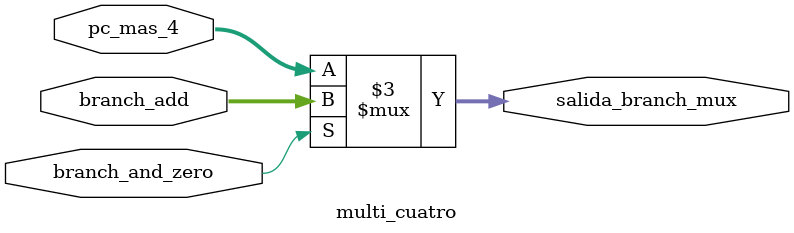
<source format=v>
`timescale 1ns/1ns
module multi_cuatro (
    input branch_and_zero, 
    input [31:0] pc_mas_4,
    input [31:0] branch_add,
    output reg [31:0] salida_branch_mux
);

always @(*) begin
    if (branch_and_zero) begin
        salida_branch_mux = branch_add; 
    end 
	else begin
        salida_branch_mux = pc_mas_4;    
	end
end
endmodule
</source>
